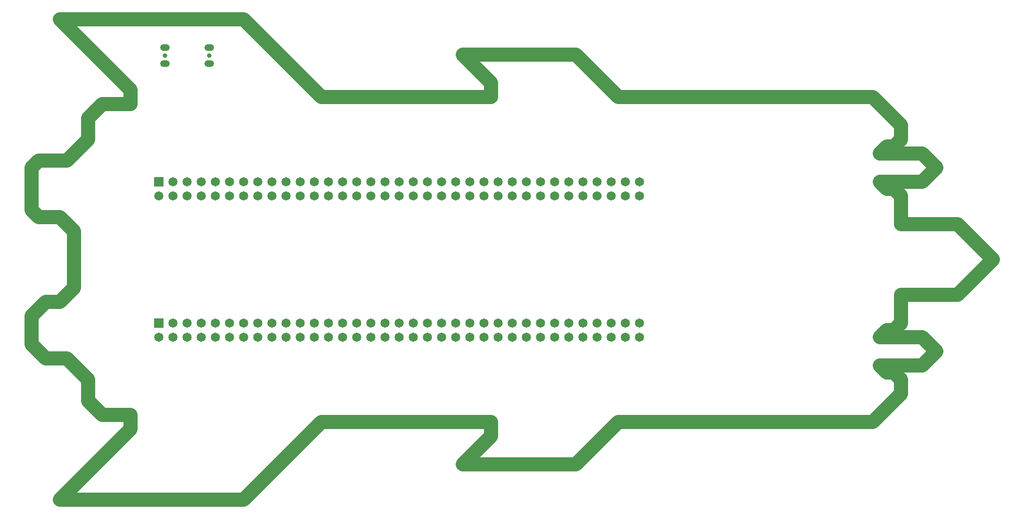
<source format=gbs>
G04*
G04 #@! TF.GenerationSoftware,Altium Limited,Altium Designer,23.4.1 (23)*
G04*
G04 Layer_Color=8150272*
%FSLAX25Y25*%
%MOIN*%
G70*
G04*
G04 #@! TF.SameCoordinates,ACA3CFB4-5D02-48E1-8893-3A58BFC83F0D*
G04*
G04*
G04 #@! TF.FilePolarity,Negative*
G04*
G01*
G75*
%ADD31C,0.10000*%
%ADD48C,0.03295*%
%ADD49O,0.06799X0.04831*%
%ADD50C,0.06500*%
%ADD51R,0.06700X0.06700*%
%ADD52C,0.00500*%
D31*
X-90000Y-60000D02*
Y-40000D01*
X-80000Y-30000D01*
X-70000D01*
X-60000Y-20000D01*
Y20000D01*
X-70000Y30000D02*
X-60000Y20000D01*
X-85000Y30000D02*
X-70000D01*
X-90000Y35000D02*
X-85000Y30000D01*
X-90000Y35000D02*
Y65000D01*
X-85000Y70000D01*
X-65000D01*
X-50000Y85000D01*
Y100000D01*
X-40000Y110000D01*
X-20000D01*
Y120000D01*
X-70000Y170000D02*
X-20000Y120000D01*
X-70000Y170000D02*
X60000D01*
X115000Y115000D01*
X235000Y115000D01*
Y125000D01*
X215000Y145000D02*
X235000Y125000D01*
X215000Y145000D02*
X295000D01*
X325000Y115000D01*
X505000D01*
X525000Y95000D01*
Y85000D02*
Y95000D01*
X520000Y80000D02*
X525000Y85000D01*
X515000Y80000D02*
X520000D01*
X510000Y75000D02*
X515000Y80000D01*
X510000Y75000D02*
X540000D01*
X550000Y65000D01*
X540000Y55000D02*
X550000Y65000D01*
X510000Y55000D02*
X540000D01*
X510000D02*
X515000Y50000D01*
X520000D01*
X525000Y45000D01*
Y25000D02*
Y45000D01*
Y25000D02*
X565000D01*
X590000Y0D01*
X565000Y-25000D02*
X590000Y0D01*
X525000Y-25000D02*
X565000D01*
X525000Y-45000D02*
Y-25000D01*
X520000Y-50000D02*
X525000Y-45000D01*
X515000Y-50000D02*
X520000D01*
X510000Y-55000D02*
X515000Y-50000D01*
X510000Y-55000D02*
X540000D01*
X550000Y-65000D01*
X540000Y-75000D02*
X550000Y-65000D01*
X510000Y-75000D02*
X540000D01*
X510000D02*
X515000Y-80000D01*
X520000D01*
X525000Y-85000D01*
Y-95000D02*
Y-85000D01*
X505000Y-115000D02*
X525000Y-95000D01*
X325000Y-115000D02*
X505000D01*
X295000Y-145000D02*
X325000Y-115000D01*
X215000Y-145000D02*
X295000D01*
X215000D02*
X235000Y-125000D01*
Y-115000D01*
X115000D02*
X235000D01*
X60000Y-170000D02*
X115000Y-115000D01*
X-70000Y-170000D02*
X60000D01*
X-70000D02*
X-20000Y-120000D01*
Y-110000D01*
X-40000D02*
X-20000D01*
X-50000Y-100000D02*
X-40000Y-110000D01*
X-50000Y-100000D02*
Y-85000D01*
X-65000Y-70000D02*
X-50000Y-85000D01*
X-80000Y-70000D02*
X-65000D01*
X-90000Y-60000D02*
X-80000Y-70000D01*
D48*
X4331Y144153D02*
D03*
X35827D02*
D03*
D49*
X4331Y149784D02*
D03*
X35827D02*
D03*
X4331Y138524D02*
D03*
X35827D02*
D03*
D50*
X340000Y-55000D02*
D03*
Y-45000D02*
D03*
X330000Y-55000D02*
D03*
Y-45000D02*
D03*
X320000Y-55000D02*
D03*
Y-45000D02*
D03*
X310000Y-55000D02*
D03*
Y-45000D02*
D03*
X300000Y-55000D02*
D03*
Y-45000D02*
D03*
X290000Y-55000D02*
D03*
Y-45000D02*
D03*
X280000Y-55000D02*
D03*
Y-45000D02*
D03*
X270000Y-55000D02*
D03*
Y-45000D02*
D03*
X260000Y-55000D02*
D03*
Y-45000D02*
D03*
X250000Y-55000D02*
D03*
Y-45000D02*
D03*
X240000Y-55000D02*
D03*
Y-45000D02*
D03*
X230000Y-55000D02*
D03*
Y-45000D02*
D03*
X220000Y-55000D02*
D03*
Y-45000D02*
D03*
X210000Y-55000D02*
D03*
Y-45000D02*
D03*
X200000Y-55000D02*
D03*
Y-45000D02*
D03*
X190000Y-55000D02*
D03*
Y-45000D02*
D03*
X180000Y-55000D02*
D03*
Y-45000D02*
D03*
X170000Y-55000D02*
D03*
Y-45000D02*
D03*
X160000Y-55000D02*
D03*
Y-45000D02*
D03*
X150000Y-55000D02*
D03*
Y-45000D02*
D03*
X140000Y-55000D02*
D03*
Y-45000D02*
D03*
X130000Y-55000D02*
D03*
Y-45000D02*
D03*
X120000Y-55000D02*
D03*
Y-45000D02*
D03*
X110000Y-55000D02*
D03*
Y-45000D02*
D03*
X100000Y-55000D02*
D03*
Y-45000D02*
D03*
X90000Y-55000D02*
D03*
Y-45000D02*
D03*
X80000Y-55000D02*
D03*
Y-45000D02*
D03*
X70000Y-55000D02*
D03*
Y-45000D02*
D03*
X60000Y-55000D02*
D03*
Y-45000D02*
D03*
X50000Y-55000D02*
D03*
Y-45000D02*
D03*
X40000Y-55000D02*
D03*
Y-45000D02*
D03*
X0Y-55000D02*
D03*
X10000Y-45000D02*
D03*
Y-55000D02*
D03*
X20000Y-45000D02*
D03*
Y-55000D02*
D03*
X30000Y-45000D02*
D03*
Y-55000D02*
D03*
Y45000D02*
D03*
Y55000D02*
D03*
X20000Y45000D02*
D03*
Y55000D02*
D03*
X10000Y45000D02*
D03*
Y55000D02*
D03*
X0Y45000D02*
D03*
X40000Y55000D02*
D03*
Y45000D02*
D03*
X50000Y55000D02*
D03*
Y45000D02*
D03*
X60000Y55000D02*
D03*
Y45000D02*
D03*
X70000Y55000D02*
D03*
Y45000D02*
D03*
X80000Y55000D02*
D03*
Y45000D02*
D03*
X90000Y55000D02*
D03*
Y45000D02*
D03*
X100000Y55000D02*
D03*
Y45000D02*
D03*
X110000Y55000D02*
D03*
Y45000D02*
D03*
X120000Y55000D02*
D03*
Y45000D02*
D03*
X130000Y55000D02*
D03*
Y45000D02*
D03*
X140000Y55000D02*
D03*
Y45000D02*
D03*
X150000Y55000D02*
D03*
Y45000D02*
D03*
X160000Y55000D02*
D03*
Y45000D02*
D03*
X170000Y55000D02*
D03*
Y45000D02*
D03*
X180000Y55000D02*
D03*
Y45000D02*
D03*
X190000Y55000D02*
D03*
Y45000D02*
D03*
X200000Y55000D02*
D03*
Y45000D02*
D03*
X210000Y55000D02*
D03*
Y45000D02*
D03*
X220000Y55000D02*
D03*
Y45000D02*
D03*
X230000Y55000D02*
D03*
Y45000D02*
D03*
X240000Y55000D02*
D03*
Y45000D02*
D03*
X250000Y55000D02*
D03*
Y45000D02*
D03*
X260000Y55000D02*
D03*
Y45000D02*
D03*
X270000Y55000D02*
D03*
Y45000D02*
D03*
X280000Y55000D02*
D03*
Y45000D02*
D03*
X290000Y55000D02*
D03*
Y45000D02*
D03*
X300000Y55000D02*
D03*
Y45000D02*
D03*
X310000Y55000D02*
D03*
Y45000D02*
D03*
X320000Y55000D02*
D03*
Y45000D02*
D03*
X330000Y55000D02*
D03*
Y45000D02*
D03*
X340000Y55000D02*
D03*
Y45000D02*
D03*
D51*
X0Y-45000D02*
D03*
Y55000D02*
D03*
D52*
X340900Y-74450D02*
D03*
Y74550D02*
D03*
X900D02*
D03*
Y-74450D02*
D03*
M02*

</source>
